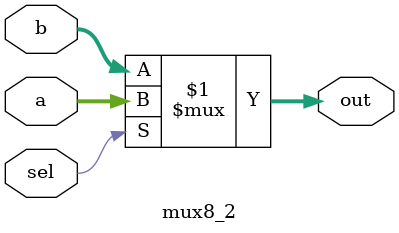
<source format=v>


module mux8_2(a, b, sel, out);
	
	input[7:0] a,b; // a and b are 8 bits
	input sel;		// sel = select = 2 bits
	output[7:0] out; // out is 8 bits
	/*
	//A - a continuous assignment
	assign out = ({8{sel}} & a) | (~{8{sel}} & b); // out is a if sel=1 OR b if sel=0
	
	//B - inside an always block - with an if
	reg[7:0] outp_reg; // decalring out as reg because using an always block
	always@(sel,a,b) // as long as there is change in a/b/sel
	begin
		if (sel)
			outp_reg = a; // out_reg is a if sel=1 
		else
			outp_reg = b; // out_reg is b if sel=1 
	end
	assign out = outp_reg; // out(wire) gets the out_reg(that came from the always)
	
	//B - inside an always block - with a case
	reg[7:0] outp_reg; // decalring out as reg because using an always block
	always@(sel,a,b) // as long as there is change in a/b/sel
	begin
		case (sel) // depending on sel's value
			0: outp_reg = b; // if sel=0 then output b
			1: outp_reg = a; // if sel=1 then output a
		endcase
	end
	assign out = outp_reg; //out(wire) get the out_reg(that came from the always)
		*/

	//C - conditional assignment
	assign out = (sel) ? a : b; // out is a when sel=1 OR b when sel=0
	

endmodule

</source>
